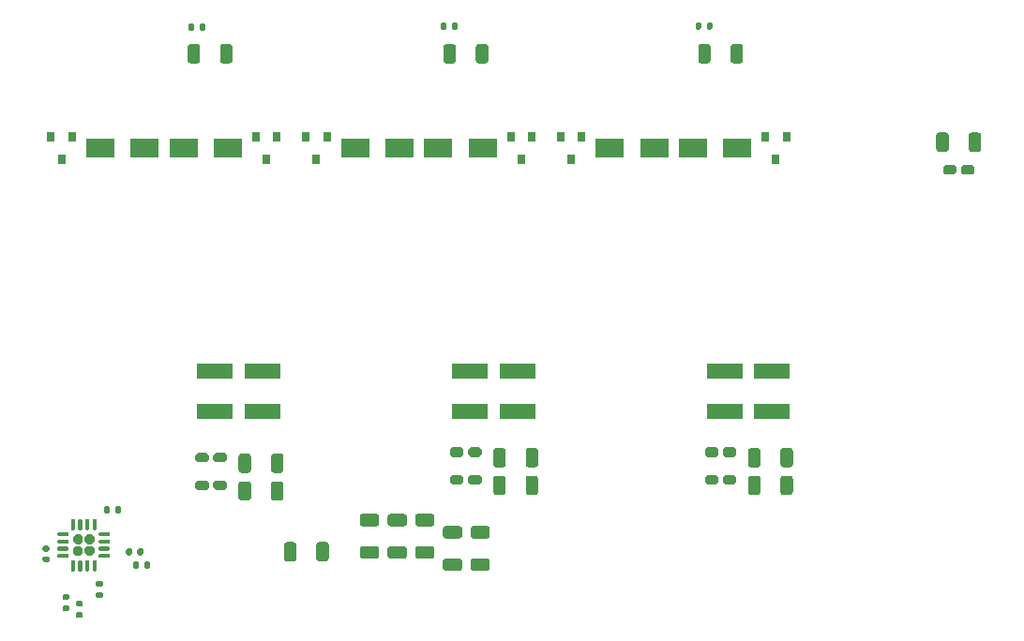
<source format=gbr>
%TF.GenerationSoftware,KiCad,Pcbnew,(5.1.9-0-10_14)*%
%TF.CreationDate,2021-04-22T23:32:40-07:00*%
%TF.ProjectId,thundipiswitch2,7468756e-6469-4706-9973-776974636832,rev?*%
%TF.SameCoordinates,Original*%
%TF.FileFunction,Paste,Top*%
%TF.FilePolarity,Positive*%
%FSLAX46Y46*%
G04 Gerber Fmt 4.6, Leading zero omitted, Abs format (unit mm)*
G04 Created by KiCad (PCBNEW (5.1.9-0-10_14)) date 2021-04-22 23:32:40*
%MOMM*%
%LPD*%
G01*
G04 APERTURE LIST*
%ADD10R,3.300000X1.400000*%
%ADD11R,0.800000X0.900000*%
%ADD12R,2.500000X1.800000*%
G04 APERTURE END LIST*
%TO.C,R28*%
G36*
G01*
X143000000Y-107625001D02*
X143000000Y-106374999D01*
G75*
G02*
X143249999Y-106125000I249999J0D01*
G01*
X143875001Y-106125000D01*
G75*
G02*
X144125000Y-106374999I0J-249999D01*
G01*
X144125000Y-107625001D01*
G75*
G02*
X143875001Y-107875000I-249999J0D01*
G01*
X143249999Y-107875000D01*
G75*
G02*
X143000000Y-107625001I0J249999D01*
G01*
G37*
G36*
G01*
X140075000Y-107625001D02*
X140075000Y-106374999D01*
G75*
G02*
X140324999Y-106125000I249999J0D01*
G01*
X140950001Y-106125000D01*
G75*
G02*
X141200000Y-106374999I0J-249999D01*
G01*
X141200000Y-107625001D01*
G75*
G02*
X140950001Y-107875000I-249999J0D01*
G01*
X140324999Y-107875000D01*
G75*
G02*
X140075000Y-107625001I0J249999D01*
G01*
G37*
%TD*%
%TO.C,R27*%
G36*
G01*
X149674999Y-106500000D02*
X150925001Y-106500000D01*
G75*
G02*
X151175000Y-106749999I0J-249999D01*
G01*
X151175000Y-107375001D01*
G75*
G02*
X150925001Y-107625000I-249999J0D01*
G01*
X149674999Y-107625000D01*
G75*
G02*
X149425000Y-107375001I0J249999D01*
G01*
X149425000Y-106749999D01*
G75*
G02*
X149674999Y-106500000I249999J0D01*
G01*
G37*
G36*
G01*
X149674999Y-103575000D02*
X150925001Y-103575000D01*
G75*
G02*
X151175000Y-103824999I0J-249999D01*
G01*
X151175000Y-104450001D01*
G75*
G02*
X150925001Y-104700000I-249999J0D01*
G01*
X149674999Y-104700000D01*
G75*
G02*
X149425000Y-104450001I0J249999D01*
G01*
X149425000Y-103824999D01*
G75*
G02*
X149674999Y-103575000I249999J0D01*
G01*
G37*
%TD*%
%TO.C,R26*%
G36*
G01*
X154674999Y-107600000D02*
X155925001Y-107600000D01*
G75*
G02*
X156175000Y-107849999I0J-249999D01*
G01*
X156175000Y-108475001D01*
G75*
G02*
X155925001Y-108725000I-249999J0D01*
G01*
X154674999Y-108725000D01*
G75*
G02*
X154425000Y-108475001I0J249999D01*
G01*
X154425000Y-107849999D01*
G75*
G02*
X154674999Y-107600000I249999J0D01*
G01*
G37*
G36*
G01*
X154674999Y-104675000D02*
X155925001Y-104675000D01*
G75*
G02*
X156175000Y-104924999I0J-249999D01*
G01*
X156175000Y-105550001D01*
G75*
G02*
X155925001Y-105800000I-249999J0D01*
G01*
X154674999Y-105800000D01*
G75*
G02*
X154425000Y-105550001I0J249999D01*
G01*
X154425000Y-104924999D01*
G75*
G02*
X154674999Y-104675000I249999J0D01*
G01*
G37*
%TD*%
%TO.C,R25*%
G36*
G01*
X158425001Y-105800000D02*
X157174999Y-105800000D01*
G75*
G02*
X156925000Y-105550001I0J249999D01*
G01*
X156925000Y-104924999D01*
G75*
G02*
X157174999Y-104675000I249999J0D01*
G01*
X158425001Y-104675000D01*
G75*
G02*
X158675000Y-104924999I0J-249999D01*
G01*
X158675000Y-105550001D01*
G75*
G02*
X158425001Y-105800000I-249999J0D01*
G01*
G37*
G36*
G01*
X158425001Y-108725000D02*
X157174999Y-108725000D01*
G75*
G02*
X156925000Y-108475001I0J249999D01*
G01*
X156925000Y-107849999D01*
G75*
G02*
X157174999Y-107600000I249999J0D01*
G01*
X158425001Y-107600000D01*
G75*
G02*
X158675000Y-107849999I0J-249999D01*
G01*
X158675000Y-108475001D01*
G75*
G02*
X158425001Y-108725000I-249999J0D01*
G01*
G37*
%TD*%
%TO.C,R24*%
G36*
G01*
X153425001Y-104700000D02*
X152174999Y-104700000D01*
G75*
G02*
X151925000Y-104450001I0J249999D01*
G01*
X151925000Y-103824999D01*
G75*
G02*
X152174999Y-103575000I249999J0D01*
G01*
X153425001Y-103575000D01*
G75*
G02*
X153675000Y-103824999I0J-249999D01*
G01*
X153675000Y-104450001D01*
G75*
G02*
X153425001Y-104700000I-249999J0D01*
G01*
G37*
G36*
G01*
X153425001Y-107625000D02*
X152174999Y-107625000D01*
G75*
G02*
X151925000Y-107375001I0J249999D01*
G01*
X151925000Y-106749999D01*
G75*
G02*
X152174999Y-106500000I249999J0D01*
G01*
X153425001Y-106500000D01*
G75*
G02*
X153675000Y-106749999I0J-249999D01*
G01*
X153675000Y-107375001D01*
G75*
G02*
X153425001Y-107625000I-249999J0D01*
G01*
G37*
%TD*%
%TO.C,R23*%
G36*
G01*
X148425001Y-104700000D02*
X147174999Y-104700000D01*
G75*
G02*
X146925000Y-104450001I0J249999D01*
G01*
X146925000Y-103824999D01*
G75*
G02*
X147174999Y-103575000I249999J0D01*
G01*
X148425001Y-103575000D01*
G75*
G02*
X148675000Y-103824999I0J-249999D01*
G01*
X148675000Y-104450001D01*
G75*
G02*
X148425001Y-104700000I-249999J0D01*
G01*
G37*
G36*
G01*
X148425001Y-107625000D02*
X147174999Y-107625000D01*
G75*
G02*
X146925000Y-107375001I0J249999D01*
G01*
X146925000Y-106749999D01*
G75*
G02*
X147174999Y-106500000I249999J0D01*
G01*
X148425001Y-106500000D01*
G75*
G02*
X148675000Y-106749999I0J-249999D01*
G01*
X148675000Y-107375001D01*
G75*
G02*
X148425001Y-107625000I-249999J0D01*
G01*
G37*
%TD*%
D10*
%TO.C,R3*%
X179850000Y-94300000D03*
X179850000Y-90700000D03*
X184150000Y-94300000D03*
X184150000Y-90700000D03*
%TD*%
%TO.C,R2*%
X156850000Y-94300000D03*
X156850000Y-90700000D03*
X161150000Y-94300000D03*
X161150000Y-90700000D03*
%TD*%
%TO.C,R1*%
X133850000Y-94300000D03*
X133850000Y-90700000D03*
X138150000Y-94300000D03*
X138150000Y-90700000D03*
%TD*%
%TO.C,C1*%
G36*
G01*
X118430000Y-107400000D02*
X118770000Y-107400000D01*
G75*
G02*
X118910000Y-107540000I0J-140000D01*
G01*
X118910000Y-107820000D01*
G75*
G02*
X118770000Y-107960000I-140000J0D01*
G01*
X118430000Y-107960000D01*
G75*
G02*
X118290000Y-107820000I0J140000D01*
G01*
X118290000Y-107540000D01*
G75*
G02*
X118430000Y-107400000I140000J0D01*
G01*
G37*
G36*
G01*
X118430000Y-106440000D02*
X118770000Y-106440000D01*
G75*
G02*
X118910000Y-106580000I0J-140000D01*
G01*
X118910000Y-106860000D01*
G75*
G02*
X118770000Y-107000000I-140000J0D01*
G01*
X118430000Y-107000000D01*
G75*
G02*
X118290000Y-106860000I0J140000D01*
G01*
X118290000Y-106580000D01*
G75*
G02*
X118430000Y-106440000I140000J0D01*
G01*
G37*
%TD*%
%TO.C,U2*%
G36*
G01*
X122100000Y-107137500D02*
X122100000Y-106712500D01*
G75*
G02*
X122312500Y-106500000I212500J0D01*
G01*
X122737500Y-106500000D01*
G75*
G02*
X122950000Y-106712500I0J-212500D01*
G01*
X122950000Y-107137500D01*
G75*
G02*
X122737500Y-107350000I-212500J0D01*
G01*
X122312500Y-107350000D01*
G75*
G02*
X122100000Y-107137500I0J212500D01*
G01*
G37*
G36*
G01*
X122100000Y-106087500D02*
X122100000Y-105662500D01*
G75*
G02*
X122312500Y-105450000I212500J0D01*
G01*
X122737500Y-105450000D01*
G75*
G02*
X122950000Y-105662500I0J-212500D01*
G01*
X122950000Y-106087500D01*
G75*
G02*
X122737500Y-106300000I-212500J0D01*
G01*
X122312500Y-106300000D01*
G75*
G02*
X122100000Y-106087500I0J212500D01*
G01*
G37*
G36*
G01*
X121050000Y-107137500D02*
X121050000Y-106712500D01*
G75*
G02*
X121262500Y-106500000I212500J0D01*
G01*
X121687500Y-106500000D01*
G75*
G02*
X121900000Y-106712500I0J-212500D01*
G01*
X121900000Y-107137500D01*
G75*
G02*
X121687500Y-107350000I-212500J0D01*
G01*
X121262500Y-107350000D01*
G75*
G02*
X121050000Y-107137500I0J212500D01*
G01*
G37*
G36*
G01*
X121050000Y-106087500D02*
X121050000Y-105662500D01*
G75*
G02*
X121262500Y-105450000I212500J0D01*
G01*
X121687500Y-105450000D01*
G75*
G02*
X121900000Y-105662500I0J-212500D01*
G01*
X121900000Y-106087500D01*
G75*
G02*
X121687500Y-106300000I-212500J0D01*
G01*
X121262500Y-106300000D01*
G75*
G02*
X121050000Y-106087500I0J212500D01*
G01*
G37*
G36*
G01*
X120850000Y-104962500D02*
X120850000Y-104112500D01*
G75*
G02*
X120937500Y-104025000I87500J0D01*
G01*
X121112500Y-104025000D01*
G75*
G02*
X121200000Y-104112500I0J-87500D01*
G01*
X121200000Y-104962500D01*
G75*
G02*
X121112500Y-105050000I-87500J0D01*
G01*
X120937500Y-105050000D01*
G75*
G02*
X120850000Y-104962500I0J87500D01*
G01*
G37*
G36*
G01*
X121500000Y-104962500D02*
X121500000Y-104112500D01*
G75*
G02*
X121587500Y-104025000I87500J0D01*
G01*
X121762500Y-104025000D01*
G75*
G02*
X121850000Y-104112500I0J-87500D01*
G01*
X121850000Y-104962500D01*
G75*
G02*
X121762500Y-105050000I-87500J0D01*
G01*
X121587500Y-105050000D01*
G75*
G02*
X121500000Y-104962500I0J87500D01*
G01*
G37*
G36*
G01*
X122150000Y-104962500D02*
X122150000Y-104112500D01*
G75*
G02*
X122237500Y-104025000I87500J0D01*
G01*
X122412500Y-104025000D01*
G75*
G02*
X122500000Y-104112500I0J-87500D01*
G01*
X122500000Y-104962500D01*
G75*
G02*
X122412500Y-105050000I-87500J0D01*
G01*
X122237500Y-105050000D01*
G75*
G02*
X122150000Y-104962500I0J87500D01*
G01*
G37*
G36*
G01*
X122800000Y-104962500D02*
X122800000Y-104112500D01*
G75*
G02*
X122887500Y-104025000I87500J0D01*
G01*
X123062500Y-104025000D01*
G75*
G02*
X123150000Y-104112500I0J-87500D01*
G01*
X123150000Y-104962500D01*
G75*
G02*
X123062500Y-105050000I-87500J0D01*
G01*
X122887500Y-105050000D01*
G75*
G02*
X122800000Y-104962500I0J87500D01*
G01*
G37*
G36*
G01*
X123350000Y-105512500D02*
X123350000Y-105337500D01*
G75*
G02*
X123437500Y-105250000I87500J0D01*
G01*
X124287500Y-105250000D01*
G75*
G02*
X124375000Y-105337500I0J-87500D01*
G01*
X124375000Y-105512500D01*
G75*
G02*
X124287500Y-105600000I-87500J0D01*
G01*
X123437500Y-105600000D01*
G75*
G02*
X123350000Y-105512500I0J87500D01*
G01*
G37*
G36*
G01*
X123350000Y-106162500D02*
X123350000Y-105987500D01*
G75*
G02*
X123437500Y-105900000I87500J0D01*
G01*
X124287500Y-105900000D01*
G75*
G02*
X124375000Y-105987500I0J-87500D01*
G01*
X124375000Y-106162500D01*
G75*
G02*
X124287500Y-106250000I-87500J0D01*
G01*
X123437500Y-106250000D01*
G75*
G02*
X123350000Y-106162500I0J87500D01*
G01*
G37*
G36*
G01*
X123350000Y-106812500D02*
X123350000Y-106637500D01*
G75*
G02*
X123437500Y-106550000I87500J0D01*
G01*
X124287500Y-106550000D01*
G75*
G02*
X124375000Y-106637500I0J-87500D01*
G01*
X124375000Y-106812500D01*
G75*
G02*
X124287500Y-106900000I-87500J0D01*
G01*
X123437500Y-106900000D01*
G75*
G02*
X123350000Y-106812500I0J87500D01*
G01*
G37*
G36*
G01*
X123350000Y-107462500D02*
X123350000Y-107287500D01*
G75*
G02*
X123437500Y-107200000I87500J0D01*
G01*
X124287500Y-107200000D01*
G75*
G02*
X124375000Y-107287500I0J-87500D01*
G01*
X124375000Y-107462500D01*
G75*
G02*
X124287500Y-107550000I-87500J0D01*
G01*
X123437500Y-107550000D01*
G75*
G02*
X123350000Y-107462500I0J87500D01*
G01*
G37*
G36*
G01*
X122800000Y-108687500D02*
X122800000Y-107837500D01*
G75*
G02*
X122887500Y-107750000I87500J0D01*
G01*
X123062500Y-107750000D01*
G75*
G02*
X123150000Y-107837500I0J-87500D01*
G01*
X123150000Y-108687500D01*
G75*
G02*
X123062500Y-108775000I-87500J0D01*
G01*
X122887500Y-108775000D01*
G75*
G02*
X122800000Y-108687500I0J87500D01*
G01*
G37*
G36*
G01*
X122150000Y-108687500D02*
X122150000Y-107837500D01*
G75*
G02*
X122237500Y-107750000I87500J0D01*
G01*
X122412500Y-107750000D01*
G75*
G02*
X122500000Y-107837500I0J-87500D01*
G01*
X122500000Y-108687500D01*
G75*
G02*
X122412500Y-108775000I-87500J0D01*
G01*
X122237500Y-108775000D01*
G75*
G02*
X122150000Y-108687500I0J87500D01*
G01*
G37*
G36*
G01*
X121500000Y-108687500D02*
X121500000Y-107837500D01*
G75*
G02*
X121587500Y-107750000I87500J0D01*
G01*
X121762500Y-107750000D01*
G75*
G02*
X121850000Y-107837500I0J-87500D01*
G01*
X121850000Y-108687500D01*
G75*
G02*
X121762500Y-108775000I-87500J0D01*
G01*
X121587500Y-108775000D01*
G75*
G02*
X121500000Y-108687500I0J87500D01*
G01*
G37*
G36*
G01*
X120850000Y-108687500D02*
X120850000Y-107837500D01*
G75*
G02*
X120937500Y-107750000I87500J0D01*
G01*
X121112500Y-107750000D01*
G75*
G02*
X121200000Y-107837500I0J-87500D01*
G01*
X121200000Y-108687500D01*
G75*
G02*
X121112500Y-108775000I-87500J0D01*
G01*
X120937500Y-108775000D01*
G75*
G02*
X120850000Y-108687500I0J87500D01*
G01*
G37*
G36*
G01*
X119625000Y-107462500D02*
X119625000Y-107287500D01*
G75*
G02*
X119712500Y-107200000I87500J0D01*
G01*
X120562500Y-107200000D01*
G75*
G02*
X120650000Y-107287500I0J-87500D01*
G01*
X120650000Y-107462500D01*
G75*
G02*
X120562500Y-107550000I-87500J0D01*
G01*
X119712500Y-107550000D01*
G75*
G02*
X119625000Y-107462500I0J87500D01*
G01*
G37*
G36*
G01*
X119625000Y-106812500D02*
X119625000Y-106637500D01*
G75*
G02*
X119712500Y-106550000I87500J0D01*
G01*
X120562500Y-106550000D01*
G75*
G02*
X120650000Y-106637500I0J-87500D01*
G01*
X120650000Y-106812500D01*
G75*
G02*
X120562500Y-106900000I-87500J0D01*
G01*
X119712500Y-106900000D01*
G75*
G02*
X119625000Y-106812500I0J87500D01*
G01*
G37*
G36*
G01*
X119625000Y-106162500D02*
X119625000Y-105987500D01*
G75*
G02*
X119712500Y-105900000I87500J0D01*
G01*
X120562500Y-105900000D01*
G75*
G02*
X120650000Y-105987500I0J-87500D01*
G01*
X120650000Y-106162500D01*
G75*
G02*
X120562500Y-106250000I-87500J0D01*
G01*
X119712500Y-106250000D01*
G75*
G02*
X119625000Y-106162500I0J87500D01*
G01*
G37*
G36*
G01*
X119625000Y-105512500D02*
X119625000Y-105337500D01*
G75*
G02*
X119712500Y-105250000I87500J0D01*
G01*
X120562500Y-105250000D01*
G75*
G02*
X120650000Y-105337500I0J-87500D01*
G01*
X120650000Y-105512500D01*
G75*
G02*
X120562500Y-105600000I-87500J0D01*
G01*
X119712500Y-105600000D01*
G75*
G02*
X119625000Y-105512500I0J87500D01*
G01*
G37*
%TD*%
%TO.C,R22*%
G36*
G01*
X183100000Y-100374999D02*
X183100000Y-101625001D01*
G75*
G02*
X182850001Y-101875000I-249999J0D01*
G01*
X182224999Y-101875000D01*
G75*
G02*
X181975000Y-101625001I0J249999D01*
G01*
X181975000Y-100374999D01*
G75*
G02*
X182224999Y-100125000I249999J0D01*
G01*
X182850001Y-100125000D01*
G75*
G02*
X183100000Y-100374999I0J-249999D01*
G01*
G37*
G36*
G01*
X186025000Y-100374999D02*
X186025000Y-101625001D01*
G75*
G02*
X185775001Y-101875000I-249999J0D01*
G01*
X185149999Y-101875000D01*
G75*
G02*
X184900000Y-101625001I0J249999D01*
G01*
X184900000Y-100374999D01*
G75*
G02*
X185149999Y-100125000I249999J0D01*
G01*
X185775001Y-100125000D01*
G75*
G02*
X186025000Y-100374999I0J-249999D01*
G01*
G37*
%TD*%
%TO.C,R21*%
G36*
G01*
X183100000Y-97874999D02*
X183100000Y-99125001D01*
G75*
G02*
X182850001Y-99375000I-249999J0D01*
G01*
X182224999Y-99375000D01*
G75*
G02*
X181975000Y-99125001I0J249999D01*
G01*
X181975000Y-97874999D01*
G75*
G02*
X182224999Y-97625000I249999J0D01*
G01*
X182850001Y-97625000D01*
G75*
G02*
X183100000Y-97874999I0J-249999D01*
G01*
G37*
G36*
G01*
X186025000Y-97874999D02*
X186025000Y-99125001D01*
G75*
G02*
X185775001Y-99375000I-249999J0D01*
G01*
X185149999Y-99375000D01*
G75*
G02*
X184900000Y-99125001I0J249999D01*
G01*
X184900000Y-97874999D01*
G75*
G02*
X185149999Y-97625000I249999J0D01*
G01*
X185775001Y-97625000D01*
G75*
G02*
X186025000Y-97874999I0J-249999D01*
G01*
G37*
%TD*%
%TO.C,R20*%
G36*
G01*
X160100000Y-100374999D02*
X160100000Y-101625001D01*
G75*
G02*
X159850001Y-101875000I-249999J0D01*
G01*
X159224999Y-101875000D01*
G75*
G02*
X158975000Y-101625001I0J249999D01*
G01*
X158975000Y-100374999D01*
G75*
G02*
X159224999Y-100125000I249999J0D01*
G01*
X159850001Y-100125000D01*
G75*
G02*
X160100000Y-100374999I0J-249999D01*
G01*
G37*
G36*
G01*
X163025000Y-100374999D02*
X163025000Y-101625001D01*
G75*
G02*
X162775001Y-101875000I-249999J0D01*
G01*
X162149999Y-101875000D01*
G75*
G02*
X161900000Y-101625001I0J249999D01*
G01*
X161900000Y-100374999D01*
G75*
G02*
X162149999Y-100125000I249999J0D01*
G01*
X162775001Y-100125000D01*
G75*
G02*
X163025000Y-100374999I0J-249999D01*
G01*
G37*
%TD*%
%TO.C,R19*%
G36*
G01*
X160100000Y-97874999D02*
X160100000Y-99125001D01*
G75*
G02*
X159850001Y-99375000I-249999J0D01*
G01*
X159224999Y-99375000D01*
G75*
G02*
X158975000Y-99125001I0J249999D01*
G01*
X158975000Y-97874999D01*
G75*
G02*
X159224999Y-97625000I249999J0D01*
G01*
X159850001Y-97625000D01*
G75*
G02*
X160100000Y-97874999I0J-249999D01*
G01*
G37*
G36*
G01*
X163025000Y-97874999D02*
X163025000Y-99125001D01*
G75*
G02*
X162775001Y-99375000I-249999J0D01*
G01*
X162149999Y-99375000D01*
G75*
G02*
X161900000Y-99125001I0J249999D01*
G01*
X161900000Y-97874999D01*
G75*
G02*
X162149999Y-97625000I249999J0D01*
G01*
X162775001Y-97625000D01*
G75*
G02*
X163025000Y-97874999I0J-249999D01*
G01*
G37*
%TD*%
%TO.C,R18*%
G36*
G01*
X137100000Y-100874999D02*
X137100000Y-102125001D01*
G75*
G02*
X136850001Y-102375000I-249999J0D01*
G01*
X136224999Y-102375000D01*
G75*
G02*
X135975000Y-102125001I0J249999D01*
G01*
X135975000Y-100874999D01*
G75*
G02*
X136224999Y-100625000I249999J0D01*
G01*
X136850001Y-100625000D01*
G75*
G02*
X137100000Y-100874999I0J-249999D01*
G01*
G37*
G36*
G01*
X140025000Y-100874999D02*
X140025000Y-102125001D01*
G75*
G02*
X139775001Y-102375000I-249999J0D01*
G01*
X139149999Y-102375000D01*
G75*
G02*
X138900000Y-102125001I0J249999D01*
G01*
X138900000Y-100874999D01*
G75*
G02*
X139149999Y-100625000I249999J0D01*
G01*
X139775001Y-100625000D01*
G75*
G02*
X140025000Y-100874999I0J-249999D01*
G01*
G37*
%TD*%
%TO.C,R17*%
G36*
G01*
X137100000Y-98374999D02*
X137100000Y-99625001D01*
G75*
G02*
X136850001Y-99875000I-249999J0D01*
G01*
X136224999Y-99875000D01*
G75*
G02*
X135975000Y-99625001I0J249999D01*
G01*
X135975000Y-98374999D01*
G75*
G02*
X136224999Y-98125000I249999J0D01*
G01*
X136850001Y-98125000D01*
G75*
G02*
X137100000Y-98374999I0J-249999D01*
G01*
G37*
G36*
G01*
X140025000Y-98374999D02*
X140025000Y-99625001D01*
G75*
G02*
X139775001Y-99875000I-249999J0D01*
G01*
X139149999Y-99875000D01*
G75*
G02*
X138900000Y-99625001I0J249999D01*
G01*
X138900000Y-98374999D01*
G75*
G02*
X139149999Y-98125000I249999J0D01*
G01*
X139775001Y-98125000D01*
G75*
G02*
X140025000Y-98374999I0J-249999D01*
G01*
G37*
%TD*%
%TO.C,R16*%
G36*
G01*
X201900000Y-70625001D02*
X201900000Y-69374999D01*
G75*
G02*
X202149999Y-69125000I249999J0D01*
G01*
X202775001Y-69125000D01*
G75*
G02*
X203025000Y-69374999I0J-249999D01*
G01*
X203025000Y-70625001D01*
G75*
G02*
X202775001Y-70875000I-249999J0D01*
G01*
X202149999Y-70875000D01*
G75*
G02*
X201900000Y-70625001I0J249999D01*
G01*
G37*
G36*
G01*
X198975000Y-70625001D02*
X198975000Y-69374999D01*
G75*
G02*
X199224999Y-69125000I249999J0D01*
G01*
X199850001Y-69125000D01*
G75*
G02*
X200100000Y-69374999I0J-249999D01*
G01*
X200100000Y-70625001D01*
G75*
G02*
X199850001Y-70875000I-249999J0D01*
G01*
X199224999Y-70875000D01*
G75*
G02*
X198975000Y-70625001I0J249999D01*
G01*
G37*
%TD*%
%TO.C,R15*%
G36*
G01*
X154760000Y-59315000D02*
X154760000Y-59685000D01*
G75*
G02*
X154625000Y-59820000I-135000J0D01*
G01*
X154355000Y-59820000D01*
G75*
G02*
X154220000Y-59685000I0J135000D01*
G01*
X154220000Y-59315000D01*
G75*
G02*
X154355000Y-59180000I135000J0D01*
G01*
X154625000Y-59180000D01*
G75*
G02*
X154760000Y-59315000I0J-135000D01*
G01*
G37*
G36*
G01*
X155780000Y-59315000D02*
X155780000Y-59685000D01*
G75*
G02*
X155645000Y-59820000I-135000J0D01*
G01*
X155375000Y-59820000D01*
G75*
G02*
X155240000Y-59685000I0J135000D01*
G01*
X155240000Y-59315000D01*
G75*
G02*
X155375000Y-59180000I135000J0D01*
G01*
X155645000Y-59180000D01*
G75*
G02*
X155780000Y-59315000I0J-135000D01*
G01*
G37*
%TD*%
%TO.C,R14*%
G36*
G01*
X177760000Y-59315000D02*
X177760000Y-59685000D01*
G75*
G02*
X177625000Y-59820000I-135000J0D01*
G01*
X177355000Y-59820000D01*
G75*
G02*
X177220000Y-59685000I0J135000D01*
G01*
X177220000Y-59315000D01*
G75*
G02*
X177355000Y-59180000I135000J0D01*
G01*
X177625000Y-59180000D01*
G75*
G02*
X177760000Y-59315000I0J-135000D01*
G01*
G37*
G36*
G01*
X178780000Y-59315000D02*
X178780000Y-59685000D01*
G75*
G02*
X178645000Y-59820000I-135000J0D01*
G01*
X178375000Y-59820000D01*
G75*
G02*
X178240000Y-59685000I0J135000D01*
G01*
X178240000Y-59315000D01*
G75*
G02*
X178375000Y-59180000I135000J0D01*
G01*
X178645000Y-59180000D01*
G75*
G02*
X178780000Y-59315000I0J-135000D01*
G01*
G37*
%TD*%
%TO.C,R13*%
G36*
G01*
X131960000Y-59415000D02*
X131960000Y-59785000D01*
G75*
G02*
X131825000Y-59920000I-135000J0D01*
G01*
X131555000Y-59920000D01*
G75*
G02*
X131420000Y-59785000I0J135000D01*
G01*
X131420000Y-59415000D01*
G75*
G02*
X131555000Y-59280000I135000J0D01*
G01*
X131825000Y-59280000D01*
G75*
G02*
X131960000Y-59415000I0J-135000D01*
G01*
G37*
G36*
G01*
X132980000Y-59415000D02*
X132980000Y-59785000D01*
G75*
G02*
X132845000Y-59920000I-135000J0D01*
G01*
X132575000Y-59920000D01*
G75*
G02*
X132440000Y-59785000I0J135000D01*
G01*
X132440000Y-59415000D01*
G75*
G02*
X132575000Y-59280000I135000J0D01*
G01*
X132845000Y-59280000D01*
G75*
G02*
X132980000Y-59415000I0J-135000D01*
G01*
G37*
%TD*%
%TO.C,R12*%
G36*
G01*
X178600000Y-61374999D02*
X178600000Y-62625001D01*
G75*
G02*
X178350001Y-62875000I-249999J0D01*
G01*
X177724999Y-62875000D01*
G75*
G02*
X177475000Y-62625001I0J249999D01*
G01*
X177475000Y-61374999D01*
G75*
G02*
X177724999Y-61125000I249999J0D01*
G01*
X178350001Y-61125000D01*
G75*
G02*
X178600000Y-61374999I0J-249999D01*
G01*
G37*
G36*
G01*
X181525000Y-61374999D02*
X181525000Y-62625001D01*
G75*
G02*
X181275001Y-62875000I-249999J0D01*
G01*
X180649999Y-62875000D01*
G75*
G02*
X180400000Y-62625001I0J249999D01*
G01*
X180400000Y-61374999D01*
G75*
G02*
X180649999Y-61125000I249999J0D01*
G01*
X181275001Y-61125000D01*
G75*
G02*
X181525000Y-61374999I0J-249999D01*
G01*
G37*
%TD*%
%TO.C,R11*%
G36*
G01*
X126840000Y-107185000D02*
X126840000Y-106815000D01*
G75*
G02*
X126975000Y-106680000I135000J0D01*
G01*
X127245000Y-106680000D01*
G75*
G02*
X127380000Y-106815000I0J-135000D01*
G01*
X127380000Y-107185000D01*
G75*
G02*
X127245000Y-107320000I-135000J0D01*
G01*
X126975000Y-107320000D01*
G75*
G02*
X126840000Y-107185000I0J135000D01*
G01*
G37*
G36*
G01*
X125820000Y-107185000D02*
X125820000Y-106815000D01*
G75*
G02*
X125955000Y-106680000I135000J0D01*
G01*
X126225000Y-106680000D01*
G75*
G02*
X126360000Y-106815000I0J-135000D01*
G01*
X126360000Y-107185000D01*
G75*
G02*
X126225000Y-107320000I-135000J0D01*
G01*
X125955000Y-107320000D01*
G75*
G02*
X125820000Y-107185000I0J135000D01*
G01*
G37*
%TD*%
%TO.C,R10*%
G36*
G01*
X127440000Y-108385000D02*
X127440000Y-108015000D01*
G75*
G02*
X127575000Y-107880000I135000J0D01*
G01*
X127845000Y-107880000D01*
G75*
G02*
X127980000Y-108015000I0J-135000D01*
G01*
X127980000Y-108385000D01*
G75*
G02*
X127845000Y-108520000I-135000J0D01*
G01*
X127575000Y-108520000D01*
G75*
G02*
X127440000Y-108385000I0J135000D01*
G01*
G37*
G36*
G01*
X126420000Y-108385000D02*
X126420000Y-108015000D01*
G75*
G02*
X126555000Y-107880000I135000J0D01*
G01*
X126825000Y-107880000D01*
G75*
G02*
X126960000Y-108015000I0J-135000D01*
G01*
X126960000Y-108385000D01*
G75*
G02*
X126825000Y-108520000I-135000J0D01*
G01*
X126555000Y-108520000D01*
G75*
G02*
X126420000Y-108385000I0J135000D01*
G01*
G37*
%TD*%
%TO.C,R9*%
G36*
G01*
X123215000Y-110640000D02*
X123585000Y-110640000D01*
G75*
G02*
X123720000Y-110775000I0J-135000D01*
G01*
X123720000Y-111045000D01*
G75*
G02*
X123585000Y-111180000I-135000J0D01*
G01*
X123215000Y-111180000D01*
G75*
G02*
X123080000Y-111045000I0J135000D01*
G01*
X123080000Y-110775000D01*
G75*
G02*
X123215000Y-110640000I135000J0D01*
G01*
G37*
G36*
G01*
X123215000Y-109620000D02*
X123585000Y-109620000D01*
G75*
G02*
X123720000Y-109755000I0J-135000D01*
G01*
X123720000Y-110025000D01*
G75*
G02*
X123585000Y-110160000I-135000J0D01*
G01*
X123215000Y-110160000D01*
G75*
G02*
X123080000Y-110025000I0J135000D01*
G01*
X123080000Y-109755000D01*
G75*
G02*
X123215000Y-109620000I135000J0D01*
G01*
G37*
%TD*%
%TO.C,R8*%
G36*
G01*
X132500000Y-61374999D02*
X132500000Y-62625001D01*
G75*
G02*
X132250001Y-62875000I-249999J0D01*
G01*
X131624999Y-62875000D01*
G75*
G02*
X131375000Y-62625001I0J249999D01*
G01*
X131375000Y-61374999D01*
G75*
G02*
X131624999Y-61125000I249999J0D01*
G01*
X132250001Y-61125000D01*
G75*
G02*
X132500000Y-61374999I0J-249999D01*
G01*
G37*
G36*
G01*
X135425000Y-61374999D02*
X135425000Y-62625001D01*
G75*
G02*
X135175001Y-62875000I-249999J0D01*
G01*
X134549999Y-62875000D01*
G75*
G02*
X134300000Y-62625001I0J249999D01*
G01*
X134300000Y-61374999D01*
G75*
G02*
X134549999Y-61125000I249999J0D01*
G01*
X135175001Y-61125000D01*
G75*
G02*
X135425000Y-61374999I0J-249999D01*
G01*
G37*
%TD*%
%TO.C,R7*%
G36*
G01*
X124840000Y-103385000D02*
X124840000Y-103015000D01*
G75*
G02*
X124975000Y-102880000I135000J0D01*
G01*
X125245000Y-102880000D01*
G75*
G02*
X125380000Y-103015000I0J-135000D01*
G01*
X125380000Y-103385000D01*
G75*
G02*
X125245000Y-103520000I-135000J0D01*
G01*
X124975000Y-103520000D01*
G75*
G02*
X124840000Y-103385000I0J135000D01*
G01*
G37*
G36*
G01*
X123820000Y-103385000D02*
X123820000Y-103015000D01*
G75*
G02*
X123955000Y-102880000I135000J0D01*
G01*
X124225000Y-102880000D01*
G75*
G02*
X124360000Y-103015000I0J-135000D01*
G01*
X124360000Y-103385000D01*
G75*
G02*
X124225000Y-103520000I-135000J0D01*
G01*
X123955000Y-103520000D01*
G75*
G02*
X123820000Y-103385000I0J135000D01*
G01*
G37*
%TD*%
%TO.C,R6*%
G36*
G01*
X155600000Y-61374999D02*
X155600000Y-62625001D01*
G75*
G02*
X155350001Y-62875000I-249999J0D01*
G01*
X154724999Y-62875000D01*
G75*
G02*
X154475000Y-62625001I0J249999D01*
G01*
X154475000Y-61374999D01*
G75*
G02*
X154724999Y-61125000I249999J0D01*
G01*
X155350001Y-61125000D01*
G75*
G02*
X155600000Y-61374999I0J-249999D01*
G01*
G37*
G36*
G01*
X158525000Y-61374999D02*
X158525000Y-62625001D01*
G75*
G02*
X158275001Y-62875000I-249999J0D01*
G01*
X157649999Y-62875000D01*
G75*
G02*
X157400000Y-62625001I0J249999D01*
G01*
X157400000Y-61374999D01*
G75*
G02*
X157649999Y-61125000I249999J0D01*
G01*
X158275001Y-61125000D01*
G75*
G02*
X158525000Y-61374999I0J-249999D01*
G01*
G37*
%TD*%
%TO.C,R5*%
G36*
G01*
X121415000Y-112440000D02*
X121785000Y-112440000D01*
G75*
G02*
X121920000Y-112575000I0J-135000D01*
G01*
X121920000Y-112845000D01*
G75*
G02*
X121785000Y-112980000I-135000J0D01*
G01*
X121415000Y-112980000D01*
G75*
G02*
X121280000Y-112845000I0J135000D01*
G01*
X121280000Y-112575000D01*
G75*
G02*
X121415000Y-112440000I135000J0D01*
G01*
G37*
G36*
G01*
X121415000Y-111420000D02*
X121785000Y-111420000D01*
G75*
G02*
X121920000Y-111555000I0J-135000D01*
G01*
X121920000Y-111825000D01*
G75*
G02*
X121785000Y-111960000I-135000J0D01*
G01*
X121415000Y-111960000D01*
G75*
G02*
X121280000Y-111825000I0J135000D01*
G01*
X121280000Y-111555000D01*
G75*
G02*
X121415000Y-111420000I135000J0D01*
G01*
G37*
%TD*%
%TO.C,R4*%
G36*
G01*
X120215000Y-111840000D02*
X120585000Y-111840000D01*
G75*
G02*
X120720000Y-111975000I0J-135000D01*
G01*
X120720000Y-112245000D01*
G75*
G02*
X120585000Y-112380000I-135000J0D01*
G01*
X120215000Y-112380000D01*
G75*
G02*
X120080000Y-112245000I0J135000D01*
G01*
X120080000Y-111975000D01*
G75*
G02*
X120215000Y-111840000I135000J0D01*
G01*
G37*
G36*
G01*
X120215000Y-110820000D02*
X120585000Y-110820000D01*
G75*
G02*
X120720000Y-110955000I0J-135000D01*
G01*
X120720000Y-111225000D01*
G75*
G02*
X120585000Y-111360000I-135000J0D01*
G01*
X120215000Y-111360000D01*
G75*
G02*
X120080000Y-111225000I0J135000D01*
G01*
X120080000Y-110955000D01*
G75*
G02*
X120215000Y-110820000I135000J0D01*
G01*
G37*
%TD*%
D11*
%TO.C,Q6*%
X184500000Y-71500000D03*
X183550000Y-69500000D03*
X185450000Y-69500000D03*
%TD*%
%TO.C,Q5*%
X166000000Y-71500000D03*
X165050000Y-69500000D03*
X166950000Y-69500000D03*
%TD*%
%TO.C,Q4*%
X161500000Y-71500000D03*
X160550000Y-69500000D03*
X162450000Y-69500000D03*
%TD*%
%TO.C,Q3*%
X143000000Y-71500000D03*
X142050000Y-69500000D03*
X143950000Y-69500000D03*
%TD*%
%TO.C,Q2*%
X138500000Y-71500000D03*
X137550000Y-69500000D03*
X139450000Y-69500000D03*
%TD*%
%TO.C,Q1*%
X120000000Y-71500000D03*
X119050000Y-69500000D03*
X120950000Y-69500000D03*
%TD*%
%TO.C,D13*%
G36*
G01*
X179300000Y-100287500D02*
X179300000Y-100712500D01*
G75*
G02*
X179087500Y-100925000I-212500J0D01*
G01*
X178287500Y-100925000D01*
G75*
G02*
X178075000Y-100712500I0J212500D01*
G01*
X178075000Y-100287500D01*
G75*
G02*
X178287500Y-100075000I212500J0D01*
G01*
X179087500Y-100075000D01*
G75*
G02*
X179300000Y-100287500I0J-212500D01*
G01*
G37*
G36*
G01*
X180925000Y-100287500D02*
X180925000Y-100712500D01*
G75*
G02*
X180712500Y-100925000I-212500J0D01*
G01*
X179912500Y-100925000D01*
G75*
G02*
X179700000Y-100712500I0J212500D01*
G01*
X179700000Y-100287500D01*
G75*
G02*
X179912500Y-100075000I212500J0D01*
G01*
X180712500Y-100075000D01*
G75*
G02*
X180925000Y-100287500I0J-212500D01*
G01*
G37*
%TD*%
%TO.C,D12*%
G36*
G01*
X179300000Y-97787500D02*
X179300000Y-98212500D01*
G75*
G02*
X179087500Y-98425000I-212500J0D01*
G01*
X178287500Y-98425000D01*
G75*
G02*
X178075000Y-98212500I0J212500D01*
G01*
X178075000Y-97787500D01*
G75*
G02*
X178287500Y-97575000I212500J0D01*
G01*
X179087500Y-97575000D01*
G75*
G02*
X179300000Y-97787500I0J-212500D01*
G01*
G37*
G36*
G01*
X180925000Y-97787500D02*
X180925000Y-98212500D01*
G75*
G02*
X180712500Y-98425000I-212500J0D01*
G01*
X179912500Y-98425000D01*
G75*
G02*
X179700000Y-98212500I0J212500D01*
G01*
X179700000Y-97787500D01*
G75*
G02*
X179912500Y-97575000I212500J0D01*
G01*
X180712500Y-97575000D01*
G75*
G02*
X180925000Y-97787500I0J-212500D01*
G01*
G37*
%TD*%
%TO.C,D11*%
G36*
G01*
X156300000Y-100287500D02*
X156300000Y-100712500D01*
G75*
G02*
X156087500Y-100925000I-212500J0D01*
G01*
X155287500Y-100925000D01*
G75*
G02*
X155075000Y-100712500I0J212500D01*
G01*
X155075000Y-100287500D01*
G75*
G02*
X155287500Y-100075000I212500J0D01*
G01*
X156087500Y-100075000D01*
G75*
G02*
X156300000Y-100287500I0J-212500D01*
G01*
G37*
G36*
G01*
X157925000Y-100287500D02*
X157925000Y-100712500D01*
G75*
G02*
X157712500Y-100925000I-212500J0D01*
G01*
X156912500Y-100925000D01*
G75*
G02*
X156700000Y-100712500I0J212500D01*
G01*
X156700000Y-100287500D01*
G75*
G02*
X156912500Y-100075000I212500J0D01*
G01*
X157712500Y-100075000D01*
G75*
G02*
X157925000Y-100287500I0J-212500D01*
G01*
G37*
%TD*%
%TO.C,D10*%
G36*
G01*
X156300000Y-97787500D02*
X156300000Y-98212500D01*
G75*
G02*
X156087500Y-98425000I-212500J0D01*
G01*
X155287500Y-98425000D01*
G75*
G02*
X155075000Y-98212500I0J212500D01*
G01*
X155075000Y-97787500D01*
G75*
G02*
X155287500Y-97575000I212500J0D01*
G01*
X156087500Y-97575000D01*
G75*
G02*
X156300000Y-97787500I0J-212500D01*
G01*
G37*
G36*
G01*
X157925000Y-97787500D02*
X157925000Y-98212500D01*
G75*
G02*
X157712500Y-98425000I-212500J0D01*
G01*
X156912500Y-98425000D01*
G75*
G02*
X156700000Y-98212500I0J212500D01*
G01*
X156700000Y-97787500D01*
G75*
G02*
X156912500Y-97575000I212500J0D01*
G01*
X157712500Y-97575000D01*
G75*
G02*
X157925000Y-97787500I0J-212500D01*
G01*
G37*
%TD*%
%TO.C,D9*%
G36*
G01*
X133300000Y-100787500D02*
X133300000Y-101212500D01*
G75*
G02*
X133087500Y-101425000I-212500J0D01*
G01*
X132287500Y-101425000D01*
G75*
G02*
X132075000Y-101212500I0J212500D01*
G01*
X132075000Y-100787500D01*
G75*
G02*
X132287500Y-100575000I212500J0D01*
G01*
X133087500Y-100575000D01*
G75*
G02*
X133300000Y-100787500I0J-212500D01*
G01*
G37*
G36*
G01*
X134925000Y-100787500D02*
X134925000Y-101212500D01*
G75*
G02*
X134712500Y-101425000I-212500J0D01*
G01*
X133912500Y-101425000D01*
G75*
G02*
X133700000Y-101212500I0J212500D01*
G01*
X133700000Y-100787500D01*
G75*
G02*
X133912500Y-100575000I212500J0D01*
G01*
X134712500Y-100575000D01*
G75*
G02*
X134925000Y-100787500I0J-212500D01*
G01*
G37*
%TD*%
%TO.C,D8*%
G36*
G01*
X133300000Y-98287500D02*
X133300000Y-98712500D01*
G75*
G02*
X133087500Y-98925000I-212500J0D01*
G01*
X132287500Y-98925000D01*
G75*
G02*
X132075000Y-98712500I0J212500D01*
G01*
X132075000Y-98287500D01*
G75*
G02*
X132287500Y-98075000I212500J0D01*
G01*
X133087500Y-98075000D01*
G75*
G02*
X133300000Y-98287500I0J-212500D01*
G01*
G37*
G36*
G01*
X134925000Y-98287500D02*
X134925000Y-98712500D01*
G75*
G02*
X134712500Y-98925000I-212500J0D01*
G01*
X133912500Y-98925000D01*
G75*
G02*
X133700000Y-98712500I0J212500D01*
G01*
X133700000Y-98287500D01*
G75*
G02*
X133912500Y-98075000I212500J0D01*
G01*
X134712500Y-98075000D01*
G75*
G02*
X134925000Y-98287500I0J-212500D01*
G01*
G37*
%TD*%
%TO.C,D7*%
G36*
G01*
X200800000Y-72287500D02*
X200800000Y-72712500D01*
G75*
G02*
X200587500Y-72925000I-212500J0D01*
G01*
X199787500Y-72925000D01*
G75*
G02*
X199575000Y-72712500I0J212500D01*
G01*
X199575000Y-72287500D01*
G75*
G02*
X199787500Y-72075000I212500J0D01*
G01*
X200587500Y-72075000D01*
G75*
G02*
X200800000Y-72287500I0J-212500D01*
G01*
G37*
G36*
G01*
X202425000Y-72287500D02*
X202425000Y-72712500D01*
G75*
G02*
X202212500Y-72925000I-212500J0D01*
G01*
X201412500Y-72925000D01*
G75*
G02*
X201200000Y-72712500I0J212500D01*
G01*
X201200000Y-72287500D01*
G75*
G02*
X201412500Y-72075000I212500J0D01*
G01*
X202212500Y-72075000D01*
G75*
G02*
X202425000Y-72287500I0J-212500D01*
G01*
G37*
%TD*%
D12*
%TO.C,D6*%
X181000000Y-70500000D03*
X177000000Y-70500000D03*
%TD*%
%TO.C,D5*%
X169500000Y-70500000D03*
X173500000Y-70500000D03*
%TD*%
%TO.C,D4*%
X158000000Y-70500000D03*
X154000000Y-70500000D03*
%TD*%
%TO.C,D3*%
X146500000Y-70500000D03*
X150500000Y-70500000D03*
%TD*%
%TO.C,D2*%
X135000000Y-70500000D03*
X131000000Y-70500000D03*
%TD*%
%TO.C,D1*%
X123500000Y-70500000D03*
X127500000Y-70500000D03*
%TD*%
M02*

</source>
